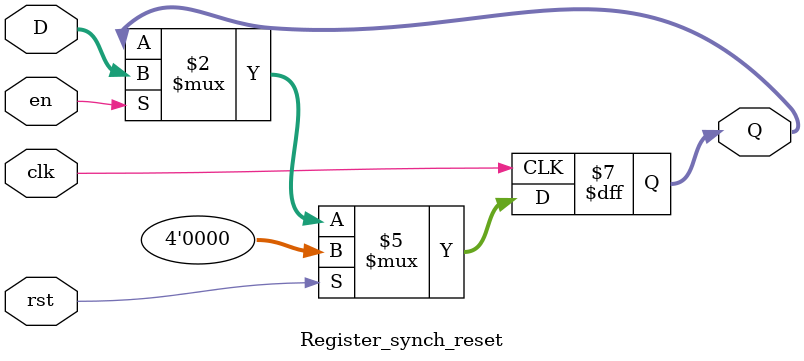
<source format=v>
`timescale 1ns / 1ps


module Register_synch_reset(input [3:0] D, input clk, input rst, input en, output reg [3:0] Q);
    always @(posedge clk)
        if (rst) begin         // Í¬²½¸´Î»
            Q <= 4'b0;
        end 
        else begin
            if (en) begin
                Q<=D;
            end
        end
endmodule

</source>
